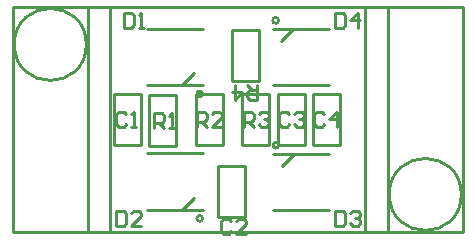
<source format=gto>
%FSLAX25Y25*%
%MOIN*%
G70*
G01*
G75*
G04 Layer_Color=65535*
%ADD10R,0.08000X0.05000*%
%ADD11R,0.05906X0.03937*%
%ADD12C,0.02500*%
%ADD13C,0.16500*%
%ADD14C,0.04000*%
%ADD15R,0.12205X0.17716*%
%ADD16C,0.01000*%
D16*
X524500Y587500D02*
G03*
X524500Y587500I-12000J0D01*
G01*
X649500Y537500D02*
G03*
X649500Y537500I-12000J0D01*
G01*
X588568Y595504D02*
G03*
X588568Y595504I-984J0D01*
G01*
X588668Y553905D02*
G03*
X588668Y553905I-984J0D01*
G01*
X563321Y529496D02*
G03*
X563321Y529496I-984J0D01*
G01*
X563301Y570995D02*
G03*
X563301Y570995I-984J0D01*
G01*
X532500Y525000D02*
Y600000D01*
X525000Y525000D02*
Y600000D01*
X617500Y525000D02*
Y600000D01*
X625000Y525000D02*
Y600000D01*
X599984Y554084D02*
X609016D01*
X599984D02*
Y571116D01*
X609016D01*
Y554084D02*
Y571116D01*
X572984Y592416D02*
X582016D01*
Y575384D02*
Y592416D01*
X572984Y575384D02*
X582016D01*
X572984D02*
Y592416D01*
X588484Y571116D02*
X597516D01*
Y554084D02*
Y571116D01*
X588484Y554084D02*
X597516D01*
X588484D02*
Y571116D01*
X576484Y570916D02*
X585516D01*
Y553884D02*
Y570916D01*
X576484Y553884D02*
X585516D01*
X576484D02*
Y570916D01*
X568484Y529984D02*
X577516D01*
X568484D02*
Y547016D01*
X577516D01*
Y529984D02*
Y547016D01*
X560984Y570916D02*
X570016D01*
Y553884D02*
Y570916D01*
X560984Y553884D02*
X570016D01*
X560984D02*
Y570916D01*
X533584Y553984D02*
X542616D01*
X533584D02*
Y571016D01*
X542616D01*
Y553984D02*
Y571016D01*
X545384Y553484D02*
X554416D01*
X545384D02*
Y570516D01*
X554416D01*
Y553484D02*
Y570516D01*
X500000Y525000D02*
Y600000D01*
Y525000D02*
X650000D01*
Y600000D01*
X500000D02*
X650000D01*
X589552Y588614D02*
X593489Y592551D01*
X586599Y573850D02*
X605300D01*
X586599Y592551D02*
X605300D01*
X586699Y550953D02*
X605400D01*
X586699Y532252D02*
X605400D01*
X589652Y547016D02*
X593589Y550953D01*
X556431Y532449D02*
X560368Y536386D01*
X544621Y551150D02*
X563321D01*
X544621Y532449D02*
X563321D01*
X544600Y573948D02*
X563301D01*
X544600Y592649D02*
X563301D01*
X556411Y573948D02*
X560348Y577885D01*
X537832Y564165D02*
X536999Y564998D01*
X535333D01*
X534500Y564165D01*
Y560833D01*
X535333Y560000D01*
X536999D01*
X537832Y560833D01*
X539498Y560000D02*
X541164D01*
X540331D01*
Y564998D01*
X539498Y564165D01*
X572732Y528565D02*
X571899Y529398D01*
X570233D01*
X569400Y528565D01*
Y525233D01*
X570233Y524400D01*
X571899D01*
X572732Y525233D01*
X577731Y524400D02*
X574398D01*
X577731Y527732D01*
Y528565D01*
X576898Y529398D01*
X575231D01*
X574398Y528565D01*
X592132Y564165D02*
X591299Y564998D01*
X589633D01*
X588800Y564165D01*
Y560833D01*
X589633Y560000D01*
X591299D01*
X592132Y560833D01*
X593798Y564165D02*
X594631Y564998D01*
X596298D01*
X597131Y564165D01*
Y563332D01*
X596298Y562499D01*
X595465D01*
X596298D01*
X597131Y561666D01*
Y560833D01*
X596298Y560000D01*
X594631D01*
X593798Y560833D01*
X603832Y564165D02*
X602999Y564998D01*
X601333D01*
X600500Y564165D01*
Y560833D01*
X601333Y560000D01*
X602999D01*
X603832Y560833D01*
X607998Y560000D02*
Y564998D01*
X605498Y562499D01*
X608831D01*
X537000Y597998D02*
Y593000D01*
X539499D01*
X540332Y593833D01*
Y597165D01*
X539499Y597998D01*
X537000D01*
X541998Y593000D02*
X543665D01*
X542831D01*
Y597998D01*
X541998Y597165D01*
X534500Y531998D02*
Y527000D01*
X536999D01*
X537832Y527833D01*
Y531165D01*
X536999Y531998D01*
X534500D01*
X542831Y527000D02*
X539498D01*
X542831Y530332D01*
Y531165D01*
X541998Y531998D01*
X540331D01*
X539498Y531165D01*
X607500Y531998D02*
Y527000D01*
X609999D01*
X610832Y527833D01*
Y531165D01*
X609999Y531998D01*
X607500D01*
X612498Y531165D02*
X613331Y531998D01*
X614998D01*
X615831Y531165D01*
Y530332D01*
X614998Y529499D01*
X614164D01*
X614998D01*
X615831Y528666D01*
Y527833D01*
X614998Y527000D01*
X613331D01*
X612498Y527833D01*
X607500Y597998D02*
Y593000D01*
X609999D01*
X610832Y593833D01*
Y597165D01*
X609999Y597998D01*
X607500D01*
X614998Y593000D02*
Y597998D01*
X612498Y595499D01*
X615831D01*
X547100Y559600D02*
Y564598D01*
X549599D01*
X550432Y563765D01*
Y562099D01*
X549599Y561266D01*
X547100D01*
X548766D02*
X550432Y559600D01*
X552098D02*
X553764D01*
X552931D01*
Y564598D01*
X552098Y563765D01*
X561300Y560000D02*
Y564998D01*
X563799D01*
X564632Y564165D01*
Y562499D01*
X563799Y561666D01*
X561300D01*
X562966D02*
X564632Y560000D01*
X569631D02*
X566298D01*
X569631Y563332D01*
Y564165D01*
X568798Y564998D01*
X567131D01*
X566298Y564165D01*
X577000Y560000D02*
Y564998D01*
X579499D01*
X580332Y564165D01*
Y562499D01*
X579499Y561666D01*
X577000D01*
X578666D02*
X580332Y560000D01*
X581998Y564165D02*
X582831Y564998D01*
X584498D01*
X585331Y564165D01*
Y563332D01*
X584498Y562499D01*
X583665D01*
X584498D01*
X585331Y561666D01*
Y560833D01*
X584498Y560000D01*
X582831D01*
X581998Y560833D01*
X581400Y574000D02*
Y569002D01*
X578901D01*
X578068Y569835D01*
Y571501D01*
X578901Y572334D01*
X581400D01*
X579734D02*
X578068Y574000D01*
X573902D02*
Y569002D01*
X576402Y571501D01*
X573069D01*
M02*

</source>
